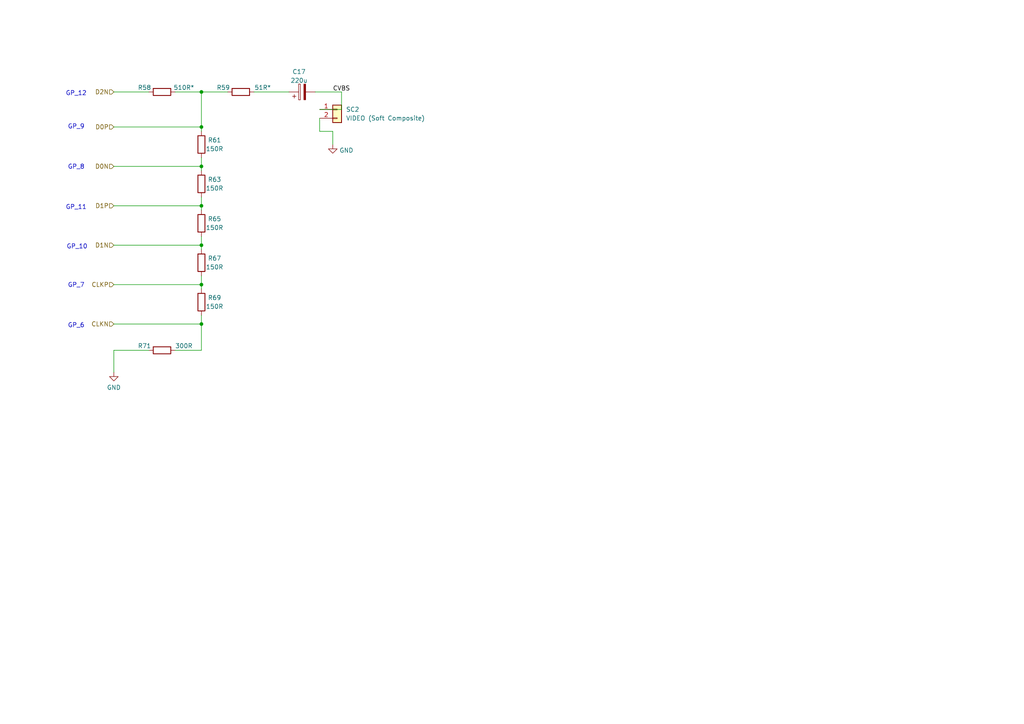
<source format=kicad_sch>
(kicad_sch (version 20231120) (generator "eeschema") (generator_version "8.0")
  (paper "A4")
  (title_block (title "Frank") (date "2024-10-23") (rev "1.12") (company "Mikhail Matveev"))
  (lib_symbols
    (symbol "Connector_Generic:Conn_01x02" (pin_names (offset 1.016) hide)
      (property "Reference" "J" (at 0 2.54 0))
      (property "Value" "Conn_01x02" (at 0 -5.08 0))
      (symbol "Conn_01x02_1_1"
        (rectangle (start -1.27 -2.413) (end 0 -2.667) (stroke (width 0.1524)))
        (rectangle (start -1.27 0.127) (end 0 -0.127) (stroke (width 0.1524)))
        (rectangle (start -1.27 1.27) (end 1.27 -3.81) (stroke (width 0.254)) (fill (type background)))
        (pin passive line (at -5.08 0 0) (length 3.81) (name "Pin_1") (number "1"))
        (pin passive line (at -5.08 -2.54 0) (length 3.81) (name "Pin_2") (number "2"))
      )
    )
    (symbol "Device:C_Polarized" (pin_numbers hide) (pin_names (offset 0.254))
      (property "Reference" "C" (at 0.635 2.54 0))
      (property "Value" "C_Polarized" (at 0.635 -2.54 0))
      (symbol "C_Polarized_0_1"
        (rectangle (start -2.286 0.508) (end 2.286 1.016))
        (polyline (pts (xy -1.778 2.286) (xy -0.762 2.286)))
        (polyline (pts (xy -1.27 2.794) (xy -1.27 1.778)))
        (rectangle (start 2.286 -0.508) (end -2.286 -1.016) (fill (type outline)))
      )
      (symbol "C_Polarized_1_1"
        (pin passive line (at 0 3.81 270) (length 2.794) (name "~") (number "1"))
        (pin passive line (at 0 -3.81 90) (length 2.794) (name "~") (number "2"))
      )
    )
    (symbol "Device:R" (pin_numbers hide) (pin_names (offset 0))
      (property "Reference" "R" (at 2.032 0 90))
      (property "Value" "R" (at 0 0 90))
      (symbol "R_0_1"
        (rectangle (start -1.016 -2.54) (end 1.016 2.54) (stroke (width 0.254)))
      )
      (symbol "R_1_1"
        (pin passive line (at 0 3.81 270) (length 1.27) (name "~") (number "1"))
        (pin passive line (at 0 -3.81 90) (length 1.27) (name "~") (number "2"))
      )
    )
    (symbol "power:GND" (power) (pin_names (offset 0))
      (property "Value" "GND" (at 0 -3.81 0))
      (symbol "GND_0_1"
        (polyline (pts (xy 0 0) (xy 0 -1.27) (xy 1.27 -1.27) (xy 0 -2.54) (xy -1.27 -1.27) (xy 0 -1.27)))
      )
      (symbol "GND_1_1"
        (pin power_in line (at 0 0 270) (length 0) hide (name "GND") (number "1"))
      )
    )
  )
  (junction (at 58.42 59.69))
  (junction (at 58.42 93.98))
  (junction (at 58.42 82.55))
  (junction (at 58.42 36.83))
  (junction (at 58.42 48.26))
  (junction (at 58.42 26.67))
  (junction (at 58.42 71.12))
  (wire (pts (xy 92.71 38.1) (xy 92.71 34.29)))
  (wire (pts (xy 58.42 101.6) (xy 50.8 101.6)))
  (wire (pts (xy 33.02 26.67) (xy 43.18 26.67)))
  (wire (pts (xy 58.42 82.55) (xy 58.42 83.82)))
  (wire (pts (xy 58.42 48.26) (xy 58.42 49.53)))
  (wire (pts (xy 99.06 26.67) (xy 91.44 26.67)))
  (wire (pts (xy 92.71 38.1) (xy 96.52 38.1)))
  (wire (pts (xy 33.02 59.69) (xy 58.42 59.69)))
  (wire (pts (xy 33.02 48.26) (xy 58.42 48.26)))
  (wire (pts (xy 58.42 71.12) (xy 58.42 72.39)))
  (wire (pts (xy 58.42 80.01) (xy 58.42 82.55)))
  (wire (pts (xy 73.66 26.67) (xy 83.82 26.67)))
  (wire (pts (xy 58.42 26.67) (xy 66.04 26.67)))
  (wire (pts (xy 33.02 71.12) (xy 58.42 71.12)))
  (wire (pts (xy 58.42 68.58) (xy 58.42 71.12)))
  (wire (pts (xy 58.42 57.15) (xy 58.42 59.69)))
  (wire (pts (xy 33.02 101.6) (xy 33.02 107.95)))
  (wire (pts (xy 33.02 93.98) (xy 58.42 93.98)))
  (wire (pts (xy 99.06 31.75) (xy 92.71 31.75)))
  (wire (pts (xy 43.18 101.6) (xy 33.02 101.6)))
  (wire (pts (xy 58.42 59.69) (xy 58.42 60.96)))
  (wire (pts (xy 99.06 31.75) (xy 99.06 26.67)))
  (wire (pts (xy 58.42 91.44) (xy 58.42 93.98)))
  (wire (pts (xy 33.02 82.55) (xy 58.42 82.55)))
  (wire (pts (xy 33.02 36.83) (xy 58.42 36.83)))
  (wire (pts (xy 50.8 26.67) (xy 58.42 26.67)))
  (wire (pts (xy 58.42 36.83) (xy 58.42 38.1)))
  (wire (pts (xy 58.42 26.67) (xy 58.42 36.83)))
  (wire (pts (xy 58.42 45.72) (xy 58.42 48.26)))
  (wire (pts (xy 96.52 38.1) (xy 96.52 41.91)))
  (wire (pts (xy 58.42 93.98) (xy 58.42 101.6)))
  (text "GP_11" (at 22.098 60.198 0) (effects (font (size 1.27 1.27))))
  (text "GP_10" (at 22.352 71.628 0) (effects (font (size 1.27 1.27))))
  (text "GP_7" (at 22.098 82.804 0) (effects (font (size 1.27 1.27))))
  (text "GP_8" (at 22.098 48.514 0) (effects (font (size 1.27 1.27))))
  (text "GP_12" (at 22.098 27.178 0) (effects (font (size 1.27 1.27))))
  (text "GP_9" (at 22.098 36.83 0) (effects (font (size 1.27 1.27))))
  (text "GP_6" (at 22.098 94.488 0) (effects (font (size 1.27 1.27))))
  (label "CVBS" (at 96.52 26.67 0))
  (hierarchical_label "CLKP" (shape input) (at 33.02 82.55 180))
  (hierarchical_label "D1N" (shape input) (at 33.02 71.12 180))
  (hierarchical_label "D0N" (shape input) (at 33.02 48.26 180))
  (hierarchical_label "CLKN" (shape input) (at 33.02 93.98 180))
  (hierarchical_label "D0P" (shape input) (at 33.02 36.83 180))
  (hierarchical_label "D2N" (shape input) (at 33.02 26.67 180))
  (hierarchical_label "D1P" (shape input) (at 33.02 59.69 180))
  (symbol (lib_id "Connector_Generic:Conn_01x02") (at 97.79 31.75 0) (unit 1)
    (property "Reference" "SC2" (at 100.33 31.7499 0) (effects (justify left)))
    (property "Value" "VIDEO (Soft Composite)" (at 100.33 34.2899 0) (effects (justify left)))
    (property "Footprint" "LIBS:AV_MOD_III-8.4-5" (effects (hide yes)))
    (instances (project "CMZJ2" (path "" (reference "SC2") (unit 1))) (project "CMZJ2" (path "" (reference "SC1") (unit 1))))
  )
  (symbol (lib_id "power:GND") (at 33.02 107.95 0) (unit 1)
    (property "Reference" "#PWR037" (effects (hide yes)))
    (property "Value" "GND" (at 33.02 112.3934 0))
    (instances (project "CMZJ2" (path "" (reference "#PWR037") (unit 1))) (project "CMZJ2" (path "" (reference "#PWR05") (unit 1))))
  )
  (symbol (lib_id "Device:R") (at 58.42 53.34 180) (unit 1)
    (property "Reference" "R63" (at 62.23 52.07 0))
    (property "Value" "150R" (at 62.23 54.61 0))
    (property "Footprint" "Resistor_SMD:R_0805_2012Metric_Pad1.20x1.40mm_HandSolder" (effects (hide yes)))
    (instances (project "CMZJ2" (path "" (reference "R63") (unit 1))) (project "CMZJ2" (path "" (reference "R11") (unit 1))))
  )
  (symbol (lib_id "Device:R") (at 58.42 87.63 180) (unit 1)
    (property "Reference" "R69" (at 62.23 86.36 0))
    (property "Value" "150R" (at 62.23 88.9 0))
    (property "Footprint" "Resistor_SMD:R_0805_2012Metric_Pad1.20x1.40mm_HandSolder" (effects (hide yes)))
    (instances (project "CMZJ2" (path "" (reference "R69") (unit 1))) (project "CMZJ2" (path "" (reference "R14") (unit 1))))
  )
  (symbol (lib_id "Device:R") (at 46.99 101.6 90) (unit 1)
    (property "Reference" "R71" (at 41.91 100.33 90))
    (property "Value" "300R" (at 53.34 100.33 90))
    (property "Footprint" "Resistor_SMD:R_0805_2012Metric_Pad1.20x1.40mm_HandSolder" (effects (hide yes)))
    (instances (project "CMZJ2" (path "" (reference "R71") (unit 1))) (project "CMZJ2" (path "" (reference "R15") (unit 1))))
  )
  (symbol (lib_id "Device:R") (at 46.99 26.67 90) (unit 1)
    (property "Reference" "R58" (at 41.91 25.4 90))
    (property "Value" "510R*" (at 53.34 25.4 90))
    (property "Footprint" "Resistor_SMD:R_0805_2012Metric_Pad1.20x1.40mm_HandSolder" (effects (hide yes)))
    (instances (project "CMZJ2" (path "" (reference "R58") (unit 1))) (project "CMZJ2" (path "" (reference "R8") (unit 1))))
  )
  (symbol (lib_id "Device:C_Polarized") (at 87.63 26.67 90) (unit 1)
    (property "Reference" "C17" (at 86.741 20.8112 90))
    (property "Value" "220u" (at 86.741 23.3481 90))
    (property "Footprint" "LIBS:Medved_CP_Radial_D5.0mm_P2.50mm" (effects (hide yes)))
    (instances (project "CMZJ2" (path "" (reference "C17") (unit 1))) (project "CMZJ2" (path "" (reference "C1") (unit 1))))
  )
  (symbol (lib_id "power:GND") (at 96.52 41.91 0) (unit 1)
    (property "Reference" "#PWR036" (effects (hide yes)))
    (property "Value" "GND" (at 98.425 43.6138 0) (effects (justify left)))
    (instances (project "CMZJ2" (path "" (reference "#PWR036") (unit 1))) (project "CMZJ2" (path "" (reference "#PWR04") (unit 1))))
  )
  (symbol (lib_id "Device:R") (at 58.42 76.2 180) (unit 1)
    (property "Reference" "R67" (at 62.23 74.93 0))
    (property "Value" "150R" (at 62.23 77.47 0))
    (property "Footprint" "Resistor_SMD:R_0805_2012Metric_Pad1.20x1.40mm_HandSolder" (effects (hide yes)))
    (instances (project "CMZJ2" (path "" (reference "R67") (unit 1))) (project "CMZJ2" (path "" (reference "R13") (unit 1))))
  )
  (symbol (lib_id "Device:R") (at 69.85 26.67 90) (unit 1)
    (property "Reference" "R59" (at 64.77 25.4 90))
    (property "Value" "51R*" (at 76.2 25.4 90))
    (property "Footprint" "Resistor_SMD:R_0805_2012Metric_Pad1.20x1.40mm_HandSolder" (effects (hide yes)))
    (instances (project "CMZJ2" (path "" (reference "R59") (unit 1))) (project "CMZJ2" (path "" (reference "R9") (unit 1))))
  )
  (symbol (lib_id "Device:R") (at 58.42 64.77 180) (unit 1)
    (property "Reference" "R65" (at 62.23 63.5 0))
    (property "Value" "150R" (at 62.23 66.04 0))
    (property "Footprint" "Resistor_SMD:R_0805_2012Metric_Pad1.20x1.40mm_HandSolder" (effects (hide yes)))
    (instances (project "CMZJ2" (path "" (reference "R65") (unit 1))) (project "CMZJ2" (path "" (reference "R12") (unit 1))))
  )
  (symbol (lib_id "Device:R") (at 58.42 41.91 180) (unit 1)
    (property "Reference" "R61" (at 62.23 40.64 0))
    (property "Value" "150R" (at 62.23 43.18 0))
    (property "Footprint" "Resistor_SMD:R_0805_2012Metric_Pad1.20x1.40mm_HandSolder" (effects (hide yes)))
    (instances (project "CMZJ2" (path "" (reference "R61") (unit 1))) (project "CMZJ2" (path "" (reference "R10") (unit 1))))
  )
)
</source>
